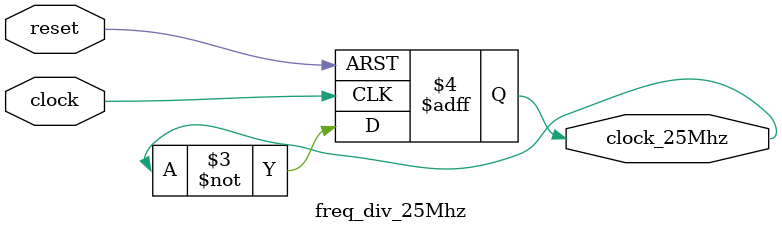
<source format=v>
module freq_div_25Mhz(clock, reset, clock_25Mhz);

input clock, reset;
output reg clock_25Mhz;

always@(posedge clock or negedge reset) begin
    if(!reset)
        clock_25Mhz <= 1'b0;
    else
        clock_25Mhz <= ~clock_25Mhz;
end
    
endmodule

</source>
